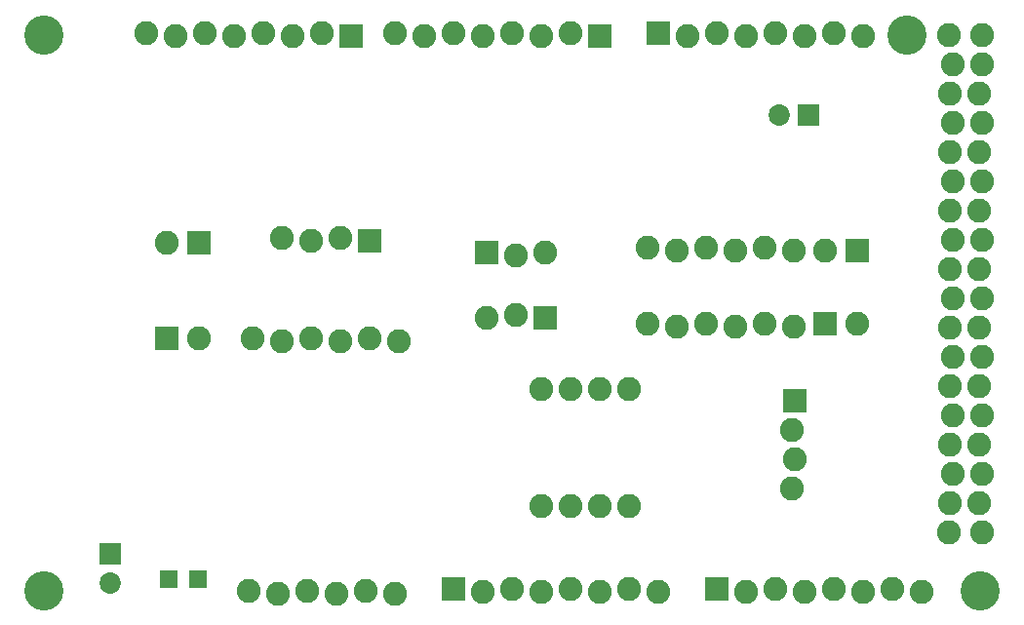
<source format=gbs>
G75*
%MOIN*%
%OFA0B0*%
%FSLAX24Y24*%
%IPPOS*%
%LPD*%
%AMOC8*
5,1,8,0,0,1.08239X$1,22.5*
%
%ADD10C,0.1340*%
%ADD11R,0.0820X0.0820*%
%ADD12C,0.0820*%
%ADD13R,0.0635X0.0635*%
%ADD14C,0.0730*%
%ADD15R,0.0730X0.0730*%
D10*
X006300Y001300D03*
X038300Y001300D03*
X035800Y020300D03*
X006300Y020300D03*
D11*
X016800Y020250D03*
X025300Y020250D03*
X027300Y020350D03*
X017425Y013250D03*
X021425Y012850D03*
X023425Y010625D03*
X031975Y007800D03*
X033000Y010425D03*
X034100Y012925D03*
X029300Y001350D03*
X020300Y001350D03*
X010500Y009925D03*
X011600Y013175D03*
D12*
X010500Y013175D03*
X014425Y013350D03*
X015425Y013250D03*
X016425Y013350D03*
X021425Y010625D03*
X022425Y010725D03*
X022425Y012750D03*
X023425Y012850D03*
X026925Y013025D03*
X027925Y012925D03*
X028925Y013025D03*
X029925Y012925D03*
X030925Y013025D03*
X031925Y012925D03*
X033000Y012925D03*
X037250Y012300D03*
X038250Y012300D03*
X038350Y011300D03*
X037350Y011300D03*
X037250Y010300D03*
X038250Y010300D03*
X038350Y009300D03*
X037350Y009300D03*
X037250Y008300D03*
X038250Y008300D03*
X038350Y007300D03*
X037350Y007300D03*
X037250Y006300D03*
X038250Y006300D03*
X038350Y005300D03*
X037350Y005300D03*
X037250Y004300D03*
X038250Y004300D03*
X038370Y003300D03*
X037230Y003300D03*
X035300Y001350D03*
X034300Y001250D03*
X033300Y001350D03*
X032300Y001250D03*
X031300Y001350D03*
X030300Y001250D03*
X027300Y001250D03*
X026300Y001350D03*
X025300Y001250D03*
X024300Y001350D03*
X023300Y001250D03*
X022300Y001350D03*
X021300Y001250D03*
X018300Y001200D03*
X017300Y001300D03*
X016300Y001200D03*
X015300Y001300D03*
X014300Y001200D03*
X013300Y001300D03*
X023300Y004175D03*
X024300Y004175D03*
X025300Y004175D03*
X026300Y004175D03*
X031875Y004800D03*
X031975Y005800D03*
X031875Y006800D03*
X026300Y008175D03*
X025300Y008175D03*
X024300Y008175D03*
X023300Y008175D03*
X026925Y010425D03*
X027925Y010325D03*
X028925Y010425D03*
X029925Y010325D03*
X030925Y010425D03*
X031925Y010325D03*
X034100Y010425D03*
X037350Y013300D03*
X038350Y013300D03*
X038250Y014300D03*
X037250Y014300D03*
X037350Y015300D03*
X038350Y015300D03*
X038250Y016300D03*
X037250Y016300D03*
X037350Y017300D03*
X038350Y017300D03*
X038250Y018300D03*
X037250Y018300D03*
X037350Y019300D03*
X038350Y019300D03*
X038370Y020300D03*
X037230Y020300D03*
X034300Y020250D03*
X033300Y020350D03*
X032300Y020250D03*
X031300Y020350D03*
X030300Y020250D03*
X029300Y020350D03*
X028300Y020250D03*
X024300Y020350D03*
X023300Y020250D03*
X022300Y020350D03*
X021300Y020250D03*
X020300Y020350D03*
X019300Y020250D03*
X018300Y020350D03*
X015800Y020350D03*
X014800Y020250D03*
X013800Y020350D03*
X012800Y020250D03*
X011800Y020350D03*
X010800Y020250D03*
X009800Y020350D03*
X011600Y009925D03*
X013425Y009925D03*
X014425Y009825D03*
X015425Y009925D03*
X016425Y009825D03*
X017425Y009925D03*
X018425Y009825D03*
X036300Y001250D03*
D13*
X011550Y001675D03*
X010550Y001675D03*
D14*
X008550Y001550D03*
X031425Y017550D03*
D15*
X032425Y017550D03*
X008550Y002550D03*
M02*

</source>
